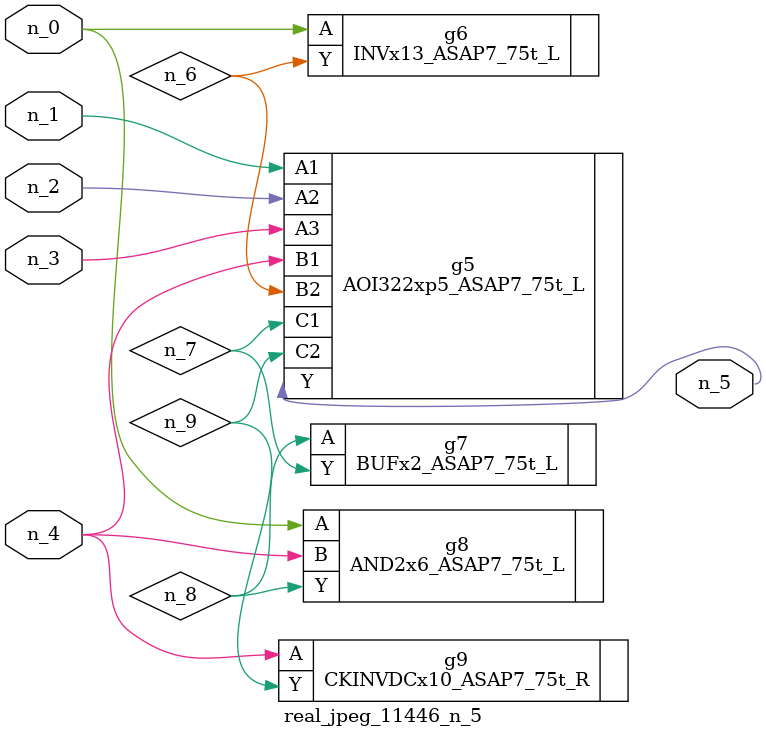
<source format=v>
module real_jpeg_11446_n_5 (n_4, n_0, n_1, n_2, n_3, n_5);

input n_4;
input n_0;
input n_1;
input n_2;
input n_3;

output n_5;

wire n_8;
wire n_6;
wire n_7;
wire n_9;

INVx13_ASAP7_75t_L g6 ( 
.A(n_0),
.Y(n_6)
);

AND2x6_ASAP7_75t_L g8 ( 
.A(n_0),
.B(n_4),
.Y(n_8)
);

AOI322xp5_ASAP7_75t_L g5 ( 
.A1(n_1),
.A2(n_2),
.A3(n_3),
.B1(n_4),
.B2(n_6),
.C1(n_7),
.C2(n_9),
.Y(n_5)
);

CKINVDCx10_ASAP7_75t_R g9 ( 
.A(n_4),
.Y(n_9)
);

BUFx2_ASAP7_75t_L g7 ( 
.A(n_8),
.Y(n_7)
);


endmodule
</source>
